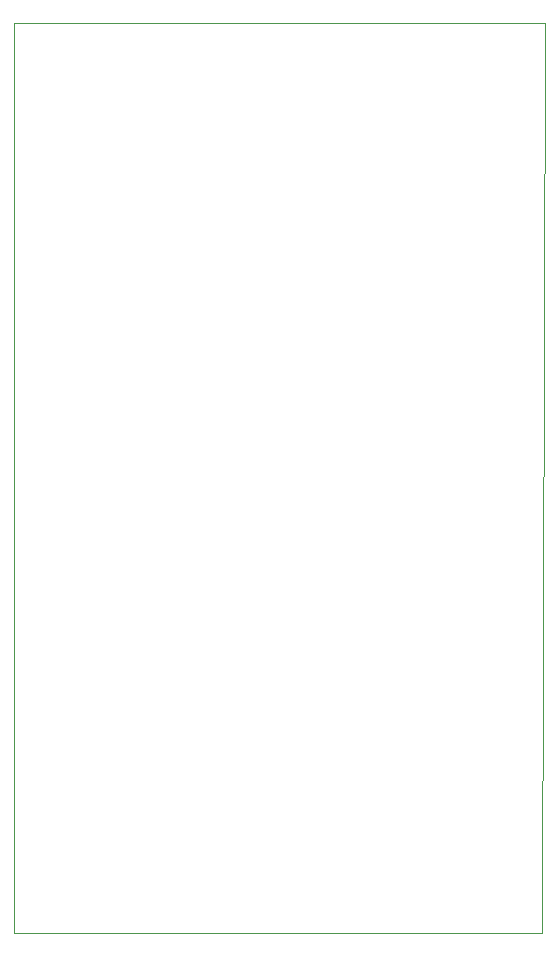
<source format=gm1>
%TF.GenerationSoftware,KiCad,Pcbnew,(6.0.0-0)*%
%TF.CreationDate,2022-03-19T17:52:42-04:00*%
%TF.ProjectId,Bull Space_ Des by Sheenyl Hassan,42756c6c-2053-4706-9163-655f20446573,rev?*%
%TF.SameCoordinates,Original*%
%TF.FileFunction,Profile,NP*%
%FSLAX46Y46*%
G04 Gerber Fmt 4.6, Leading zero omitted, Abs format (unit mm)*
G04 Created by KiCad (PCBNEW (6.0.0-0)) date 2022-03-19 17:52:42*
%MOMM*%
%LPD*%
G01*
G04 APERTURE LIST*
%TA.AperFunction,Profile*%
%ADD10C,0.100000*%
%TD*%
G04 APERTURE END LIST*
D10*
X72000000Y-64000000D02*
X117000000Y-64000000D01*
X117000000Y-64000000D02*
X116750000Y-141000000D01*
X72000000Y-64000000D02*
X72000000Y-141000000D01*
X116750000Y-141000000D02*
X72000000Y-141000000D01*
M02*

</source>
